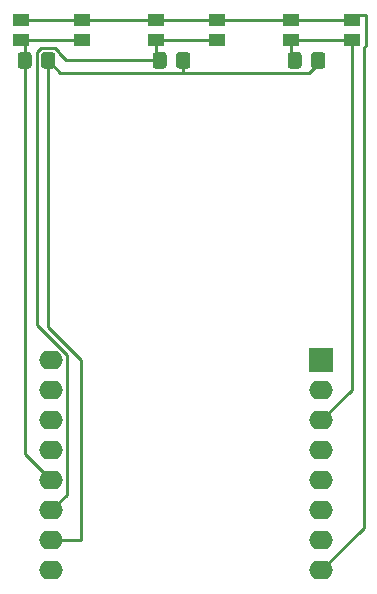
<source format=gbr>
%TF.GenerationSoftware,KiCad,Pcbnew,(5.1.7)-1*%
%TF.CreationDate,2020-11-03T00:11:48-08:00*%
%TF.ProjectId,testpcb,74657374-7063-4622-9e6b-696361645f70,rev?*%
%TF.SameCoordinates,Original*%
%TF.FileFunction,Copper,L2,Bot*%
%TF.FilePolarity,Positive*%
%FSLAX46Y46*%
G04 Gerber Fmt 4.6, Leading zero omitted, Abs format (unit mm)*
G04 Created by KiCad (PCBNEW (5.1.7)-1) date 2020-11-03 00:11:48*
%MOMM*%
%LPD*%
G01*
G04 APERTURE LIST*
%TA.AperFunction,SMDPad,CuDef*%
%ADD10R,1.450000X1.000000*%
%TD*%
%TA.AperFunction,ComponentPad*%
%ADD11O,2.000000X1.600000*%
%TD*%
%TA.AperFunction,ComponentPad*%
%ADD12R,2.000000X2.000000*%
%TD*%
%TA.AperFunction,Conductor*%
%ADD13C,0.250000*%
%TD*%
G04 APERTURE END LIST*
D10*
%TO.P,brightness,1*%
%TO.N,+3V3*%
X45685000Y-88050000D03*
X50835000Y-88050000D03*
%TO.P,brightness,2*%
%TO.N,Net-(R2-Pad1)*%
X50835000Y-89750000D03*
X45685000Y-89750000D03*
%TD*%
%TO.P,:P,1*%
%TO.N,+3V3*%
X57115000Y-88050000D03*
X62265000Y-88050000D03*
%TO.P,:P,2*%
%TO.N,Net-(R3-Pad1)*%
X62265000Y-89750000D03*
X57115000Y-89750000D03*
%TD*%
%TO.P,color,1*%
%TO.N,+3V3*%
X68545000Y-88050000D03*
X73695000Y-88050000D03*
%TO.P,color,2*%
%TO.N,Net-(R1-Pad1)*%
X73695000Y-89750000D03*
X68545000Y-89750000D03*
%TD*%
%TO.P,r_main,2*%
%TO.N,GND*%
%TA.AperFunction,SMDPad,CuDef*%
G36*
G01*
X58820000Y-91890001D02*
X58820000Y-90989999D01*
G75*
G02*
X59069999Y-90740000I249999J0D01*
G01*
X59770001Y-90740000D01*
G75*
G02*
X60020000Y-90989999I0J-249999D01*
G01*
X60020000Y-91890001D01*
G75*
G02*
X59770001Y-92140000I-249999J0D01*
G01*
X59069999Y-92140000D01*
G75*
G02*
X58820000Y-91890001I0J249999D01*
G01*
G37*
%TD.AperFunction*%
%TO.P,r_main,1*%
%TO.N,Net-(R3-Pad1)*%
%TA.AperFunction,SMDPad,CuDef*%
G36*
G01*
X56820000Y-91890001D02*
X56820000Y-90989999D01*
G75*
G02*
X57069999Y-90740000I249999J0D01*
G01*
X57770001Y-90740000D01*
G75*
G02*
X58020000Y-90989999I0J-249999D01*
G01*
X58020000Y-91890001D01*
G75*
G02*
X57770001Y-92140000I-249999J0D01*
G01*
X57069999Y-92140000D01*
G75*
G02*
X56820000Y-91890001I0J249999D01*
G01*
G37*
%TD.AperFunction*%
%TD*%
%TO.P,r_brightness,2*%
%TO.N,GND*%
%TA.AperFunction,SMDPad,CuDef*%
G36*
G01*
X47390000Y-91890001D02*
X47390000Y-90989999D01*
G75*
G02*
X47639999Y-90740000I249999J0D01*
G01*
X48340001Y-90740000D01*
G75*
G02*
X48590000Y-90989999I0J-249999D01*
G01*
X48590000Y-91890001D01*
G75*
G02*
X48340001Y-92140000I-249999J0D01*
G01*
X47639999Y-92140000D01*
G75*
G02*
X47390000Y-91890001I0J249999D01*
G01*
G37*
%TD.AperFunction*%
%TO.P,r_brightness,1*%
%TO.N,Net-(R2-Pad1)*%
%TA.AperFunction,SMDPad,CuDef*%
G36*
G01*
X45390000Y-91890001D02*
X45390000Y-90989999D01*
G75*
G02*
X45639999Y-90740000I249999J0D01*
G01*
X46340001Y-90740000D01*
G75*
G02*
X46590000Y-90989999I0J-249999D01*
G01*
X46590000Y-91890001D01*
G75*
G02*
X46340001Y-92140000I-249999J0D01*
G01*
X45639999Y-92140000D01*
G75*
G02*
X45390000Y-91890001I0J249999D01*
G01*
G37*
%TD.AperFunction*%
%TD*%
%TO.P,r_color,2*%
%TO.N,GND*%
%TA.AperFunction,SMDPad,CuDef*%
G36*
G01*
X70250000Y-91890001D02*
X70250000Y-90989999D01*
G75*
G02*
X70499999Y-90740000I249999J0D01*
G01*
X71200001Y-90740000D01*
G75*
G02*
X71450000Y-90989999I0J-249999D01*
G01*
X71450000Y-91890001D01*
G75*
G02*
X71200001Y-92140000I-249999J0D01*
G01*
X70499999Y-92140000D01*
G75*
G02*
X70250000Y-91890001I0J249999D01*
G01*
G37*
%TD.AperFunction*%
%TO.P,r_color,1*%
%TO.N,Net-(R1-Pad1)*%
%TA.AperFunction,SMDPad,CuDef*%
G36*
G01*
X68250000Y-91890001D02*
X68250000Y-90989999D01*
G75*
G02*
X68499999Y-90740000I249999J0D01*
G01*
X69200001Y-90740000D01*
G75*
G02*
X69450000Y-90989999I0J-249999D01*
G01*
X69450000Y-91890001D01*
G75*
G02*
X69200001Y-92140000I-249999J0D01*
G01*
X68499999Y-92140000D01*
G75*
G02*
X68250000Y-91890001I0J249999D01*
G01*
G37*
%TD.AperFunction*%
%TD*%
D11*
%TO.P,U1,16*%
%TO.N,Net-(U1-Pad16)*%
X48260000Y-116840000D03*
%TO.P,U1,15*%
%TO.N,Net-(U1-Pad15)*%
X48260000Y-119380000D03*
%TO.P,U1,14*%
%TO.N,Net-(U1-Pad14)*%
X48260000Y-121920000D03*
%TO.P,U1,13*%
%TO.N,Net-(U1-Pad13)*%
X48260000Y-124460000D03*
%TO.P,U1,12*%
%TO.N,Net-(R2-Pad1)*%
X48260000Y-127000000D03*
%TO.P,U1,11*%
%TO.N,Net-(R3-Pad1)*%
X48260000Y-129540000D03*
%TO.P,U1,10*%
%TO.N,GND*%
X48260000Y-132080000D03*
%TO.P,U1,9*%
%TO.N,Net-(U1-Pad9)*%
X48260000Y-134620000D03*
%TO.P,U1,8*%
%TO.N,+3V3*%
X71120000Y-134620000D03*
%TO.P,U1,7*%
%TO.N,Net-(U1-Pad7)*%
X71120000Y-132080000D03*
%TO.P,U1,6*%
%TO.N,Net-(U1-Pad6)*%
X71120000Y-129540000D03*
%TO.P,U1,5*%
%TO.N,led_sig_in*%
X71120000Y-127000000D03*
%TO.P,U1,4*%
%TO.N,Net-(U1-Pad4)*%
X71120000Y-124460000D03*
%TO.P,U1,3*%
%TO.N,Net-(R1-Pad1)*%
X71120000Y-121920000D03*
D12*
%TO.P,U1,1*%
%TO.N,Net-(U1-Pad1)*%
X71120000Y-116840000D03*
D11*
%TO.P,U1,2*%
%TO.N,Net-(U1-Pad2)*%
X71120000Y-119380000D03*
%TD*%
D13*
%TO.N,+3V3*%
X45685000Y-88050000D02*
X50835000Y-88050000D01*
X50835000Y-88050000D02*
X57115000Y-88050000D01*
X57115000Y-88050000D02*
X62265000Y-88050000D01*
X62265000Y-88050000D02*
X68545000Y-88050000D01*
X68545000Y-88050000D02*
X73695000Y-88050000D01*
X74115000Y-87630000D02*
X73695000Y-88050000D01*
X74930000Y-90170000D02*
X74930000Y-87630000D01*
X74745001Y-90354999D02*
X74930000Y-90170000D01*
X74930000Y-87630000D02*
X74115000Y-87630000D01*
X74745001Y-130994999D02*
X74745001Y-90354999D01*
X71120000Y-134620000D02*
X74745001Y-130994999D01*
%TO.N,GND*%
X70850000Y-91440000D02*
X70850000Y-91710000D01*
X49015010Y-92465010D02*
X47990000Y-91440000D01*
X70850000Y-91710000D02*
X70094990Y-92465010D01*
X59420000Y-92440000D02*
X59445010Y-92465010D01*
X59420000Y-91440000D02*
X59420000Y-92440000D01*
X59445010Y-92465010D02*
X49015010Y-92465010D01*
X70094990Y-92465010D02*
X59445010Y-92465010D01*
X47990000Y-91440000D02*
X47990000Y-114030000D01*
X47990000Y-114030000D02*
X50800000Y-116840000D01*
X50800000Y-116840000D02*
X50800000Y-132080000D01*
X50800000Y-132080000D02*
X48260000Y-132080000D01*
%TO.N,Net-(R1-Pad1)*%
X73695000Y-119345000D02*
X71120000Y-121920000D01*
X68850000Y-91440000D02*
X68580000Y-91440000D01*
X68580000Y-89785000D02*
X68545000Y-89750000D01*
X68580000Y-91440000D02*
X68580000Y-89785000D01*
X68545000Y-89750000D02*
X73695000Y-89750000D01*
X73695000Y-89750000D02*
X73695000Y-119345000D01*
%TO.N,Net-(R2-Pad1)*%
X45990000Y-90055000D02*
X45685000Y-89750000D01*
X45990000Y-91440000D02*
X45990000Y-90055000D01*
X45990000Y-124730000D02*
X48260000Y-127000000D01*
X45990000Y-91440000D02*
X45990000Y-124730000D01*
X45685000Y-89750000D02*
X50835000Y-89750000D01*
%TO.N,Net-(R3-Pad1)*%
X49585010Y-128214990D02*
X48260000Y-129540000D01*
X49585010Y-116374006D02*
X49585010Y-128214990D01*
X47064990Y-113853986D02*
X49585010Y-116374006D01*
X47064990Y-90751820D02*
X47064990Y-113853986D01*
X47401820Y-90414990D02*
X47064990Y-90751820D01*
X48578180Y-90414990D02*
X48915010Y-90751820D01*
X47401820Y-90414990D02*
X48578180Y-90414990D01*
X48915010Y-90751820D02*
X48915010Y-90825010D01*
X49530000Y-91440000D02*
X57420000Y-91440000D01*
X48915010Y-90825010D02*
X49530000Y-91440000D01*
X57115000Y-91135000D02*
X57420000Y-91440000D01*
X57115000Y-89750000D02*
X57115000Y-91135000D01*
X57115000Y-89750000D02*
X62265000Y-89750000D01*
%TD*%
M02*

</source>
